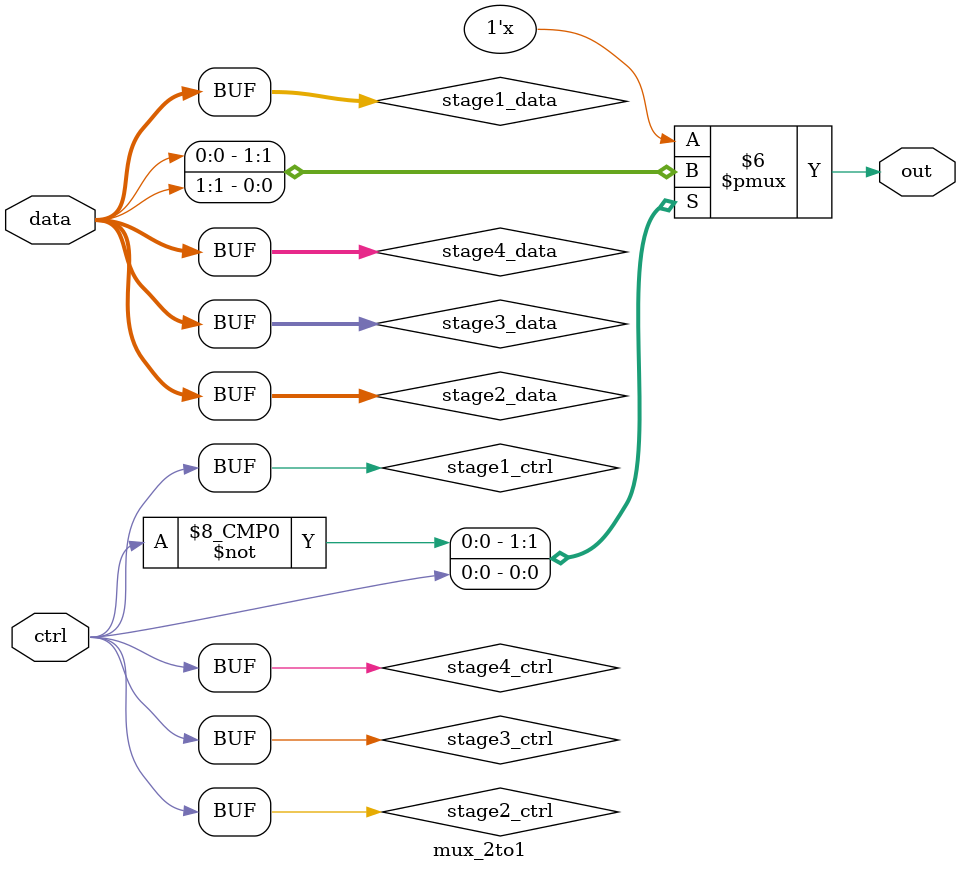
<source format=v>
module mux_2to1(input [1:0] data, input ctrl, output reg out);

reg [1:0] stage1_data;
reg stage1_ctrl;

always @(*) begin
    stage1_data <= data;
    stage1_ctrl <= ctrl;
end

reg [1:0] stage2_data;
reg stage2_ctrl;

always @(*) begin
    stage2_data <= stage1_data;
    stage2_ctrl <= stage1_ctrl;
end

reg [1:0] stage3_data;
reg stage3_ctrl;

always @(*) begin
    stage3_data <= stage2_data;
    stage3_ctrl <= stage2_ctrl;
end

reg [1:0] stage4_data;
reg stage4_ctrl;

always @(*) begin
    stage4_data <= stage3_data;
    stage4_ctrl <= stage3_ctrl;
end

always @(*) begin
    case (stage4_ctrl)
        1'b0: out <= stage4_data[0];
        1'b1: out <= stage4_data[1];
    endcase
end

endmodule
</source>
